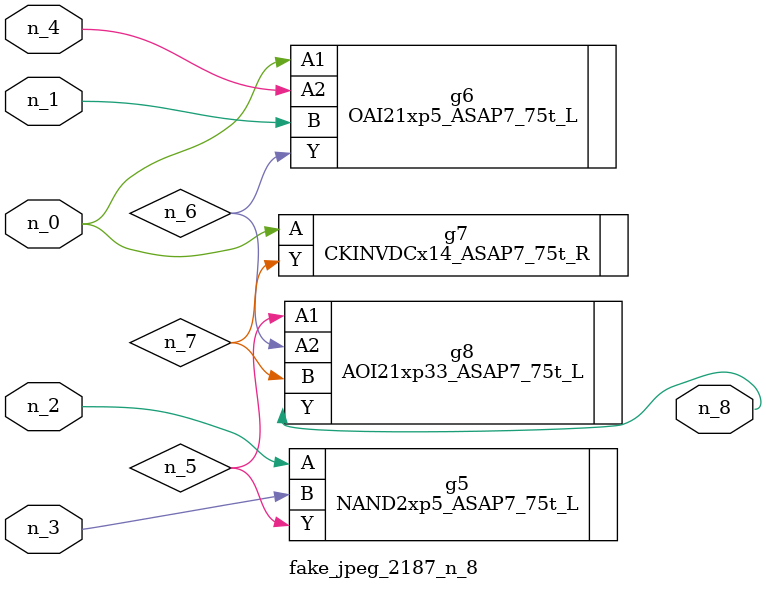
<source format=v>
module fake_jpeg_2187_n_8 (n_3, n_2, n_1, n_0, n_4, n_8);

input n_3;
input n_2;
input n_1;
input n_0;
input n_4;

output n_8;

wire n_6;
wire n_5;
wire n_7;

NAND2xp5_ASAP7_75t_L g5 ( 
.A(n_2),
.B(n_3),
.Y(n_5)
);

OAI21xp5_ASAP7_75t_L g6 ( 
.A1(n_0),
.A2(n_4),
.B(n_1),
.Y(n_6)
);

CKINVDCx14_ASAP7_75t_R g7 ( 
.A(n_0),
.Y(n_7)
);

AOI21xp33_ASAP7_75t_L g8 ( 
.A1(n_5),
.A2(n_6),
.B(n_7),
.Y(n_8)
);


endmodule
</source>
